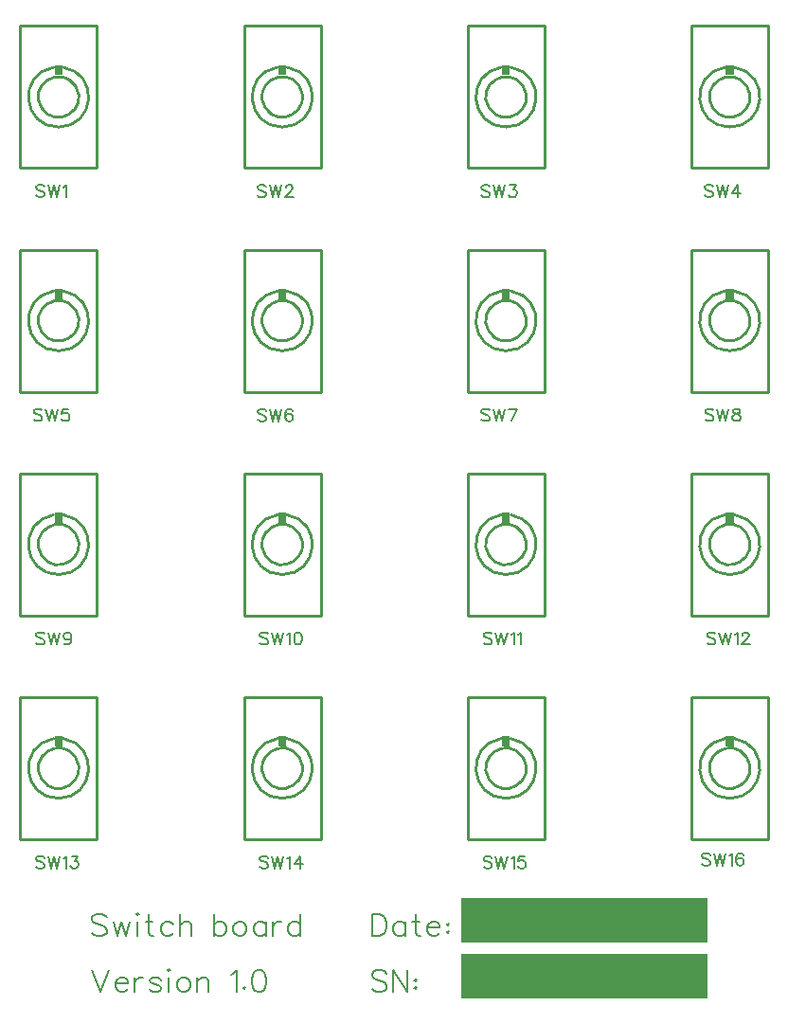
<source format=gto>
G04 Layer: TopSilkscreenLayer*
G04 EasyEDA v6.5.20, 2023-08-27 05:19:39*
G04 a67cddfb3fce44daa9051d46cbbcc19f,10*
G04 Gerber Generator version 0.2*
G04 Scale: 100 percent, Rotated: No, Reflected: No *
G04 Dimensions in millimeters *
G04 leading zeros omitted , absolute positions ,4 integer and 5 decimal *
%FSLAX45Y45*%
%MOMM*%

%ADD10C,0.2032*%
%ADD11C,0.1524*%
%ADD12C,0.2540*%

%LPD*%
D10*
X4929296Y667344D02*
G01*
X4910823Y685817D01*
X4883114Y695053D01*
X4846170Y695053D01*
X4818461Y685817D01*
X4799987Y667344D01*
X4799987Y648870D01*
X4809223Y630400D01*
X4818461Y621162D01*
X4836932Y611926D01*
X4892352Y593453D01*
X4910823Y584217D01*
X4920061Y574982D01*
X4929296Y556508D01*
X4929296Y528800D01*
X4910823Y510326D01*
X4883114Y501091D01*
X4846170Y501091D01*
X4818461Y510326D01*
X4799987Y528800D01*
X4990256Y695053D02*
G01*
X4990256Y501091D01*
X4990256Y695053D02*
G01*
X5119565Y501091D01*
X5119565Y695053D02*
G01*
X5119565Y501091D01*
X5189763Y611926D02*
G01*
X5180525Y602691D01*
X5189763Y593453D01*
X5198999Y602691D01*
X5189763Y611926D01*
X5189763Y547270D02*
G01*
X5180525Y538035D01*
X5189763Y528800D01*
X5198999Y538035D01*
X5189763Y547270D01*
X4799987Y1195052D02*
G01*
X4799987Y1001090D01*
X4799987Y1195052D02*
G01*
X4864643Y1195052D01*
X4892352Y1185816D01*
X4910823Y1167343D01*
X4920061Y1148869D01*
X4929296Y1121161D01*
X4929296Y1074981D01*
X4920061Y1047269D01*
X4910823Y1028799D01*
X4892352Y1010325D01*
X4864643Y1001090D01*
X4799987Y1001090D01*
X5101092Y1130399D02*
G01*
X5101092Y1001090D01*
X5101092Y1102690D02*
G01*
X5082621Y1121161D01*
X5064147Y1130399D01*
X5036438Y1130399D01*
X5017965Y1121161D01*
X4999492Y1102690D01*
X4990256Y1074981D01*
X4990256Y1056507D01*
X4999492Y1028799D01*
X5017965Y1010325D01*
X5036438Y1001090D01*
X5064147Y1001090D01*
X5082621Y1010325D01*
X5101092Y1028799D01*
X5189763Y1195052D02*
G01*
X5189763Y1038034D01*
X5198999Y1010325D01*
X5217472Y1001090D01*
X5235943Y1001090D01*
X5162052Y1130399D02*
G01*
X5226707Y1130399D01*
X5296903Y1074981D02*
G01*
X5407741Y1074981D01*
X5407741Y1093452D01*
X5398503Y1111925D01*
X5389267Y1121161D01*
X5370794Y1130399D01*
X5343085Y1130399D01*
X5324612Y1121161D01*
X5306141Y1102690D01*
X5296903Y1074981D01*
X5296903Y1056507D01*
X5306141Y1028799D01*
X5324612Y1010325D01*
X5343085Y1001090D01*
X5370794Y1001090D01*
X5389267Y1010325D01*
X5407741Y1028799D01*
X5477936Y1111925D02*
G01*
X5468701Y1102690D01*
X5477936Y1093452D01*
X5487172Y1102690D01*
X5477936Y1111925D01*
X5477936Y1047269D02*
G01*
X5468701Y1038034D01*
X5477936Y1028799D01*
X5487172Y1038034D01*
X5477936Y1047269D01*
X2299982Y695053D02*
G01*
X2373873Y501091D01*
X2447764Y695053D02*
G01*
X2373873Y501091D01*
X2508724Y574982D02*
G01*
X2619560Y574982D01*
X2619560Y593453D01*
X2610324Y611926D01*
X2601086Y621162D01*
X2582616Y630400D01*
X2554907Y630400D01*
X2536433Y621162D01*
X2517960Y602691D01*
X2508724Y574982D01*
X2508724Y556508D01*
X2517960Y528800D01*
X2536433Y510326D01*
X2554907Y501091D01*
X2582616Y501091D01*
X2601086Y510326D01*
X2619560Y528800D01*
X2680520Y630400D02*
G01*
X2680520Y501091D01*
X2680520Y574982D02*
G01*
X2689758Y602691D01*
X2708229Y621162D01*
X2726702Y630400D01*
X2754411Y630400D01*
X2916971Y602691D02*
G01*
X2907736Y621162D01*
X2880027Y630400D01*
X2852318Y630400D01*
X2824606Y621162D01*
X2815371Y602691D01*
X2824606Y584217D01*
X2843080Y574982D01*
X2889262Y565744D01*
X2907736Y556508D01*
X2916971Y538035D01*
X2916971Y528800D01*
X2907736Y510326D01*
X2880027Y501091D01*
X2852318Y501091D01*
X2824606Y510326D01*
X2815371Y528800D01*
X2977931Y695053D02*
G01*
X2987166Y685817D01*
X2996404Y695053D01*
X2987166Y704291D01*
X2977931Y695053D01*
X2987166Y630400D02*
G01*
X2987166Y501091D01*
X3103547Y630400D02*
G01*
X3085073Y621162D01*
X3066600Y602691D01*
X3057364Y574982D01*
X3057364Y556508D01*
X3066600Y528800D01*
X3085073Y510326D01*
X3103547Y501091D01*
X3131256Y501091D01*
X3149727Y510326D01*
X3168200Y528800D01*
X3177438Y556508D01*
X3177438Y574982D01*
X3168200Y602691D01*
X3149727Y621162D01*
X3131256Y630400D01*
X3103547Y630400D01*
X3238398Y630400D02*
G01*
X3238398Y501091D01*
X3238398Y593453D02*
G01*
X3266107Y621162D01*
X3284578Y630400D01*
X3312286Y630400D01*
X3330760Y621162D01*
X3339998Y593453D01*
X3339998Y501091D01*
X3543198Y658108D02*
G01*
X3561669Y667344D01*
X3589378Y695053D01*
X3589378Y501091D01*
X3659576Y547270D02*
G01*
X3650338Y538035D01*
X3659576Y528800D01*
X3668811Y538035D01*
X3659576Y547270D01*
X3785189Y695053D02*
G01*
X3757480Y685817D01*
X3739006Y658108D01*
X3729771Y611926D01*
X3729771Y584217D01*
X3739006Y538035D01*
X3757480Y510326D01*
X3785189Y501091D01*
X3803662Y501091D01*
X3831371Y510326D01*
X3849844Y538035D01*
X3859080Y584217D01*
X3859080Y611926D01*
X3849844Y658108D01*
X3831371Y685817D01*
X3803662Y695053D01*
X3785189Y695053D01*
X2429408Y1167295D02*
G01*
X2410866Y1185837D01*
X2383180Y1194981D01*
X2346096Y1194981D01*
X2318410Y1185837D01*
X2300122Y1167295D01*
X2300122Y1148753D01*
X2309266Y1130465D01*
X2318410Y1121067D01*
X2336952Y1111923D01*
X2392324Y1093381D01*
X2410866Y1084237D01*
X2420010Y1075093D01*
X2429408Y1056551D01*
X2429408Y1028865D01*
X2410866Y1010323D01*
X2383180Y1001179D01*
X2346096Y1001179D01*
X2318410Y1010323D01*
X2300122Y1028865D01*
X2490368Y1130465D02*
G01*
X2527198Y1001179D01*
X2564282Y1130465D02*
G01*
X2527198Y1001179D01*
X2564282Y1130465D02*
G01*
X2601112Y1001179D01*
X2637942Y1130465D02*
G01*
X2601112Y1001179D01*
X2698902Y1194981D02*
G01*
X2708300Y1185837D01*
X2717444Y1194981D01*
X2708300Y1204379D01*
X2698902Y1194981D01*
X2708300Y1130465D02*
G01*
X2708300Y1001179D01*
X2806090Y1194981D02*
G01*
X2806090Y1038009D01*
X2815488Y1010323D01*
X2833776Y1001179D01*
X2852318Y1001179D01*
X2778404Y1130465D02*
G01*
X2843174Y1130465D01*
X3024022Y1102779D02*
G01*
X3005734Y1121067D01*
X2987192Y1130465D01*
X2959506Y1130465D01*
X2940964Y1121067D01*
X2922422Y1102779D01*
X2913278Y1075093D01*
X2913278Y1056551D01*
X2922422Y1028865D01*
X2940964Y1010323D01*
X2959506Y1001179D01*
X2987192Y1001179D01*
X3005734Y1010323D01*
X3024022Y1028865D01*
X3084982Y1194981D02*
G01*
X3084982Y1001179D01*
X3084982Y1093381D02*
G01*
X3112922Y1121067D01*
X3131210Y1130465D01*
X3158896Y1130465D01*
X3177438Y1121067D01*
X3186582Y1093381D01*
X3186582Y1001179D01*
X3389782Y1194981D02*
G01*
X3389782Y1001179D01*
X3389782Y1102779D02*
G01*
X3408324Y1121067D01*
X3426866Y1130465D01*
X3454552Y1130465D01*
X3473094Y1121067D01*
X3491382Y1102779D01*
X3500780Y1075093D01*
X3500780Y1056551D01*
X3491382Y1028865D01*
X3473094Y1010323D01*
X3454552Y1001179D01*
X3426866Y1001179D01*
X3408324Y1010323D01*
X3389782Y1028865D01*
X3607968Y1130465D02*
G01*
X3589426Y1121067D01*
X3570884Y1102779D01*
X3561740Y1075093D01*
X3561740Y1056551D01*
X3570884Y1028865D01*
X3589426Y1010323D01*
X3607968Y1001179D01*
X3635654Y1001179D01*
X3653942Y1010323D01*
X3672484Y1028865D01*
X3681882Y1056551D01*
X3681882Y1075093D01*
X3672484Y1102779D01*
X3653942Y1121067D01*
X3635654Y1130465D01*
X3607968Y1130465D01*
X3853586Y1130465D02*
G01*
X3853586Y1001179D01*
X3853586Y1102779D02*
G01*
X3835044Y1121067D01*
X3816502Y1130465D01*
X3788816Y1130465D01*
X3770528Y1121067D01*
X3751986Y1102779D01*
X3742842Y1075093D01*
X3742842Y1056551D01*
X3751986Y1028865D01*
X3770528Y1010323D01*
X3788816Y1001179D01*
X3816502Y1001179D01*
X3835044Y1010323D01*
X3853586Y1028865D01*
X3914546Y1130465D02*
G01*
X3914546Y1001179D01*
X3914546Y1075093D02*
G01*
X3923690Y1102779D01*
X3942232Y1121067D01*
X3960774Y1130465D01*
X3988460Y1130465D01*
X4160164Y1194981D02*
G01*
X4160164Y1001179D01*
X4160164Y1102779D02*
G01*
X4141622Y1121067D01*
X4123334Y1130465D01*
X4095648Y1130465D01*
X4077106Y1121067D01*
X4058564Y1102779D01*
X4049420Y1075093D01*
X4049420Y1056551D01*
X4058564Y1028865D01*
X4077106Y1010323D01*
X4095648Y1001179D01*
X4123334Y1001179D01*
X4141622Y1010323D01*
X4160164Y1028865D01*
D11*
X1872640Y7699806D02*
G01*
X1862226Y7710220D01*
X1846732Y7715300D01*
X1825904Y7715300D01*
X1810410Y7710220D01*
X1799996Y7699806D01*
X1799996Y7689392D01*
X1805076Y7678978D01*
X1810410Y7673644D01*
X1820824Y7668564D01*
X1852066Y7658150D01*
X1862226Y7653070D01*
X1867560Y7647736D01*
X1872640Y7637322D01*
X1872640Y7621828D01*
X1862226Y7611414D01*
X1846732Y7606334D01*
X1825904Y7606334D01*
X1810410Y7611414D01*
X1799996Y7621828D01*
X1906930Y7715300D02*
G01*
X1933092Y7606334D01*
X1959000Y7715300D02*
G01*
X1933092Y7606334D01*
X1959000Y7715300D02*
G01*
X1984908Y7606334D01*
X2010816Y7715300D02*
G01*
X1984908Y7606334D01*
X2045106Y7694472D02*
G01*
X2055520Y7699806D01*
X2071268Y7715300D01*
X2071268Y7606334D01*
X3852796Y7697980D02*
G01*
X3842382Y7708394D01*
X3826888Y7713474D01*
X3806060Y7713474D01*
X3790566Y7708394D01*
X3780152Y7697980D01*
X3780152Y7687566D01*
X3785232Y7677152D01*
X3790566Y7671818D01*
X3800980Y7666738D01*
X3832222Y7656324D01*
X3842382Y7651244D01*
X3847716Y7645910D01*
X3852796Y7635496D01*
X3852796Y7620002D01*
X3842382Y7609588D01*
X3826888Y7604508D01*
X3806060Y7604508D01*
X3790566Y7609588D01*
X3780152Y7620002D01*
X3887086Y7713474D02*
G01*
X3913248Y7604508D01*
X3939156Y7713474D02*
G01*
X3913248Y7604508D01*
X3939156Y7713474D02*
G01*
X3965064Y7604508D01*
X3990972Y7713474D02*
G01*
X3965064Y7604508D01*
X4030596Y7687566D02*
G01*
X4030596Y7692646D01*
X4035676Y7703060D01*
X4041010Y7708394D01*
X4051424Y7713474D01*
X4072252Y7713474D01*
X4082412Y7708394D01*
X4087746Y7703060D01*
X4092826Y7692646D01*
X4092826Y7682232D01*
X4087746Y7671818D01*
X4077332Y7656324D01*
X4025262Y7604508D01*
X4098160Y7604508D01*
X5852802Y7697980D02*
G01*
X5842388Y7708394D01*
X5826894Y7713474D01*
X5806066Y7713474D01*
X5790572Y7708394D01*
X5780158Y7697980D01*
X5780158Y7687566D01*
X5785238Y7677152D01*
X5790572Y7671818D01*
X5800986Y7666738D01*
X5832228Y7656324D01*
X5842388Y7651244D01*
X5847722Y7645910D01*
X5852802Y7635496D01*
X5852802Y7620002D01*
X5842388Y7609588D01*
X5826894Y7604508D01*
X5806066Y7604508D01*
X5790572Y7609588D01*
X5780158Y7620002D01*
X5887092Y7713474D02*
G01*
X5913254Y7604508D01*
X5939162Y7713474D02*
G01*
X5913254Y7604508D01*
X5939162Y7713474D02*
G01*
X5965070Y7604508D01*
X5990978Y7713474D02*
G01*
X5965070Y7604508D01*
X6035682Y7713474D02*
G01*
X6092832Y7713474D01*
X6061844Y7671818D01*
X6077338Y7671818D01*
X6087752Y7666738D01*
X6092832Y7661658D01*
X6098166Y7645910D01*
X6098166Y7635496D01*
X6092832Y7620002D01*
X6082418Y7609588D01*
X6066924Y7604508D01*
X6051430Y7604508D01*
X6035682Y7609588D01*
X6030602Y7614668D01*
X6025268Y7625082D01*
X7850258Y7700520D02*
G01*
X7839844Y7710934D01*
X7824350Y7716014D01*
X7803522Y7716014D01*
X7788028Y7710934D01*
X7777614Y7700520D01*
X7777614Y7690106D01*
X7782694Y7679692D01*
X7788028Y7674358D01*
X7798442Y7669278D01*
X7829684Y7658864D01*
X7839844Y7653784D01*
X7845178Y7648450D01*
X7850258Y7638036D01*
X7850258Y7622542D01*
X7839844Y7612128D01*
X7824350Y7607048D01*
X7803522Y7607048D01*
X7788028Y7612128D01*
X7777614Y7622542D01*
X7884548Y7716014D02*
G01*
X7910710Y7607048D01*
X7936618Y7716014D02*
G01*
X7910710Y7607048D01*
X7936618Y7716014D02*
G01*
X7962526Y7607048D01*
X7988434Y7716014D02*
G01*
X7962526Y7607048D01*
X8074794Y7716014D02*
G01*
X8022724Y7643370D01*
X8100702Y7643370D01*
X8074794Y7716014D02*
G01*
X8074794Y7607048D01*
X1852810Y5697984D02*
G01*
X1842396Y5708398D01*
X1826902Y5713478D01*
X1806074Y5713478D01*
X1790580Y5708398D01*
X1780166Y5697984D01*
X1780166Y5687570D01*
X1785246Y5677156D01*
X1790580Y5671822D01*
X1800994Y5666742D01*
X1832236Y5656328D01*
X1842396Y5651248D01*
X1847730Y5645914D01*
X1852810Y5635500D01*
X1852810Y5620006D01*
X1842396Y5609592D01*
X1826902Y5604512D01*
X1806074Y5604512D01*
X1790580Y5609592D01*
X1780166Y5620006D01*
X1887100Y5713478D02*
G01*
X1913262Y5604512D01*
X1939170Y5713478D02*
G01*
X1913262Y5604512D01*
X1939170Y5713478D02*
G01*
X1965078Y5604512D01*
X1990986Y5713478D02*
G01*
X1965078Y5604512D01*
X2087760Y5713478D02*
G01*
X2035690Y5713478D01*
X2030610Y5666742D01*
X2035690Y5671822D01*
X2051438Y5677156D01*
X2066932Y5677156D01*
X2082426Y5671822D01*
X2092840Y5661662D01*
X2098174Y5645914D01*
X2098174Y5635500D01*
X2092840Y5620006D01*
X2082426Y5609592D01*
X2066932Y5604512D01*
X2051438Y5604512D01*
X2035690Y5609592D01*
X2030610Y5614672D01*
X2025276Y5625086D01*
X3855473Y5695317D02*
G01*
X3845059Y5705731D01*
X3829565Y5710811D01*
X3808737Y5710811D01*
X3793243Y5705731D01*
X3782829Y5695317D01*
X3782829Y5684903D01*
X3787909Y5674489D01*
X3793243Y5669155D01*
X3803657Y5664075D01*
X3834899Y5653661D01*
X3845059Y5648581D01*
X3850393Y5643247D01*
X3855473Y5632833D01*
X3855473Y5617339D01*
X3845059Y5606925D01*
X3829565Y5601845D01*
X3808737Y5601845D01*
X3793243Y5606925D01*
X3782829Y5617339D01*
X3889763Y5710811D02*
G01*
X3915925Y5601845D01*
X3941833Y5710811D02*
G01*
X3915925Y5601845D01*
X3941833Y5710811D02*
G01*
X3967741Y5601845D01*
X3993649Y5710811D02*
G01*
X3967741Y5601845D01*
X4090423Y5695317D02*
G01*
X4085089Y5705731D01*
X4069595Y5710811D01*
X4059181Y5710811D01*
X4043687Y5705731D01*
X4033273Y5689983D01*
X4027939Y5664075D01*
X4027939Y5638167D01*
X4033273Y5617339D01*
X4043687Y5606925D01*
X4059181Y5601845D01*
X4064515Y5601845D01*
X4080009Y5606925D01*
X4090423Y5617339D01*
X4095503Y5632833D01*
X4095503Y5638167D01*
X4090423Y5653661D01*
X4080009Y5664075D01*
X4064515Y5669155D01*
X4059181Y5669155D01*
X4043687Y5664075D01*
X4033273Y5653661D01*
X4027939Y5638167D01*
X5852802Y5697984D02*
G01*
X5842388Y5708398D01*
X5826894Y5713478D01*
X5806066Y5713478D01*
X5790572Y5708398D01*
X5780158Y5697984D01*
X5780158Y5687570D01*
X5785238Y5677156D01*
X5790572Y5671822D01*
X5800986Y5666742D01*
X5832228Y5656328D01*
X5842388Y5651248D01*
X5847722Y5645914D01*
X5852802Y5635500D01*
X5852802Y5620006D01*
X5842388Y5609592D01*
X5826894Y5604512D01*
X5806066Y5604512D01*
X5790572Y5609592D01*
X5780158Y5620006D01*
X5887092Y5713478D02*
G01*
X5913254Y5604512D01*
X5939162Y5713478D02*
G01*
X5913254Y5604512D01*
X5939162Y5713478D02*
G01*
X5965070Y5604512D01*
X5990978Y5713478D02*
G01*
X5965070Y5604512D01*
X6098166Y5713478D02*
G01*
X6046096Y5604512D01*
X6025268Y5713478D02*
G01*
X6098166Y5713478D01*
X7852798Y5697984D02*
G01*
X7842384Y5708398D01*
X7826890Y5713478D01*
X7806062Y5713478D01*
X7790568Y5708398D01*
X7780154Y5697984D01*
X7780154Y5687570D01*
X7785234Y5677156D01*
X7790568Y5671822D01*
X7800982Y5666742D01*
X7832224Y5656328D01*
X7842384Y5651248D01*
X7847718Y5645914D01*
X7852798Y5635500D01*
X7852798Y5620006D01*
X7842384Y5609592D01*
X7826890Y5604512D01*
X7806062Y5604512D01*
X7790568Y5609592D01*
X7780154Y5620006D01*
X7887088Y5713478D02*
G01*
X7913250Y5604512D01*
X7939158Y5713478D02*
G01*
X7913250Y5604512D01*
X7939158Y5713478D02*
G01*
X7965066Y5604512D01*
X7990974Y5713478D02*
G01*
X7965066Y5604512D01*
X8051426Y5713478D02*
G01*
X8035678Y5708398D01*
X8030598Y5697984D01*
X8030598Y5687570D01*
X8035678Y5677156D01*
X8046092Y5671822D01*
X8066920Y5666742D01*
X8082414Y5661662D01*
X8092828Y5651248D01*
X8098162Y5640834D01*
X8098162Y5625086D01*
X8092828Y5614672D01*
X8087748Y5609592D01*
X8072254Y5604512D01*
X8051426Y5604512D01*
X8035678Y5609592D01*
X8030598Y5614672D01*
X8025264Y5625086D01*
X8025264Y5640834D01*
X8030598Y5651248D01*
X8041012Y5661662D01*
X8056506Y5666742D01*
X8077334Y5671822D01*
X8087748Y5677156D01*
X8092828Y5687570D01*
X8092828Y5697984D01*
X8087748Y5708398D01*
X8072254Y5713478D01*
X8051426Y5713478D01*
X1872640Y3699814D02*
G01*
X1862226Y3710228D01*
X1846732Y3715308D01*
X1825904Y3715308D01*
X1810410Y3710228D01*
X1799996Y3699814D01*
X1799996Y3689400D01*
X1805076Y3678986D01*
X1810410Y3673652D01*
X1820824Y3668572D01*
X1852066Y3658158D01*
X1862226Y3653078D01*
X1867560Y3647744D01*
X1872640Y3637330D01*
X1872640Y3621836D01*
X1862226Y3611422D01*
X1846732Y3606342D01*
X1825904Y3606342D01*
X1810410Y3611422D01*
X1799996Y3621836D01*
X1906930Y3715308D02*
G01*
X1933092Y3606342D01*
X1959000Y3715308D02*
G01*
X1933092Y3606342D01*
X1959000Y3715308D02*
G01*
X1984908Y3606342D01*
X2010816Y3715308D02*
G01*
X1984908Y3606342D01*
X2112670Y3678986D02*
G01*
X2107590Y3663492D01*
X2097176Y3653078D01*
X2081682Y3647744D01*
X2076348Y3647744D01*
X2060854Y3653078D01*
X2050440Y3663492D01*
X2045106Y3678986D01*
X2045106Y3684066D01*
X2050440Y3699814D01*
X2060854Y3710228D01*
X2076348Y3715308D01*
X2081682Y3715308D01*
X2097176Y3710228D01*
X2107590Y3699814D01*
X2112670Y3678986D01*
X2112670Y3653078D01*
X2107590Y3626916D01*
X2097176Y3611422D01*
X2081682Y3606342D01*
X2071268Y3606342D01*
X2055520Y3611422D01*
X2050440Y3621836D01*
X3872636Y3699814D02*
G01*
X3862222Y3710228D01*
X3846728Y3715308D01*
X3825900Y3715308D01*
X3810406Y3710228D01*
X3799992Y3699814D01*
X3799992Y3689400D01*
X3805072Y3678986D01*
X3810406Y3673652D01*
X3820820Y3668572D01*
X3852062Y3658158D01*
X3862222Y3653078D01*
X3867556Y3647744D01*
X3872636Y3637330D01*
X3872636Y3621836D01*
X3862222Y3611422D01*
X3846728Y3606342D01*
X3825900Y3606342D01*
X3810406Y3611422D01*
X3799992Y3621836D01*
X3906926Y3715308D02*
G01*
X3933088Y3606342D01*
X3958996Y3715308D02*
G01*
X3933088Y3606342D01*
X3958996Y3715308D02*
G01*
X3984904Y3606342D01*
X4010812Y3715308D02*
G01*
X3984904Y3606342D01*
X4045102Y3694480D02*
G01*
X4055516Y3699814D01*
X4071264Y3715308D01*
X4071264Y3606342D01*
X4136542Y3715308D02*
G01*
X4121048Y3710228D01*
X4110634Y3694480D01*
X4105554Y3668572D01*
X4105554Y3653078D01*
X4110634Y3626916D01*
X4121048Y3611422D01*
X4136542Y3606342D01*
X4146956Y3606342D01*
X4162704Y3611422D01*
X4173118Y3626916D01*
X4178198Y3653078D01*
X4178198Y3668572D01*
X4173118Y3694480D01*
X4162704Y3710228D01*
X4146956Y3715308D01*
X4136542Y3715308D01*
X5872632Y3699814D02*
G01*
X5862218Y3710228D01*
X5846724Y3715308D01*
X5825896Y3715308D01*
X5810402Y3710228D01*
X5799988Y3699814D01*
X5799988Y3689400D01*
X5805068Y3678986D01*
X5810402Y3673652D01*
X5820816Y3668572D01*
X5852058Y3658158D01*
X5862218Y3653078D01*
X5867552Y3647744D01*
X5872632Y3637330D01*
X5872632Y3621836D01*
X5862218Y3611422D01*
X5846724Y3606342D01*
X5825896Y3606342D01*
X5810402Y3611422D01*
X5799988Y3621836D01*
X5906922Y3715308D02*
G01*
X5933084Y3606342D01*
X5958992Y3715308D02*
G01*
X5933084Y3606342D01*
X5958992Y3715308D02*
G01*
X5984900Y3606342D01*
X6010808Y3715308D02*
G01*
X5984900Y3606342D01*
X6045098Y3694480D02*
G01*
X6055512Y3699814D01*
X6071260Y3715308D01*
X6071260Y3606342D01*
X6105550Y3694480D02*
G01*
X6115964Y3699814D01*
X6131458Y3715308D01*
X6131458Y3606342D01*
X7872628Y3699814D02*
G01*
X7862214Y3710228D01*
X7846720Y3715308D01*
X7825892Y3715308D01*
X7810398Y3710228D01*
X7799984Y3699814D01*
X7799984Y3689400D01*
X7805064Y3678986D01*
X7810398Y3673652D01*
X7820812Y3668572D01*
X7852054Y3658158D01*
X7862214Y3653078D01*
X7867548Y3647744D01*
X7872628Y3637330D01*
X7872628Y3621836D01*
X7862214Y3611422D01*
X7846720Y3606342D01*
X7825892Y3606342D01*
X7810398Y3611422D01*
X7799984Y3621836D01*
X7906918Y3715308D02*
G01*
X7933080Y3606342D01*
X7958988Y3715308D02*
G01*
X7933080Y3606342D01*
X7958988Y3715308D02*
G01*
X7984896Y3606342D01*
X8010804Y3715308D02*
G01*
X7984896Y3606342D01*
X8045094Y3694480D02*
G01*
X8055508Y3699814D01*
X8071256Y3715308D01*
X8071256Y3606342D01*
X8110626Y3689400D02*
G01*
X8110626Y3694480D01*
X8115960Y3704894D01*
X8121040Y3710228D01*
X8131454Y3715308D01*
X8152282Y3715308D01*
X8162696Y3710228D01*
X8167776Y3704894D01*
X8173110Y3694480D01*
X8173110Y3684066D01*
X8167776Y3673652D01*
X8157362Y3658158D01*
X8105546Y3606342D01*
X8178190Y3606342D01*
X1872640Y1699818D02*
G01*
X1862226Y1710232D01*
X1846732Y1715312D01*
X1825904Y1715312D01*
X1810410Y1710232D01*
X1799996Y1699818D01*
X1799996Y1689404D01*
X1805076Y1678990D01*
X1810410Y1673656D01*
X1820824Y1668576D01*
X1852066Y1658162D01*
X1862226Y1653082D01*
X1867560Y1647748D01*
X1872640Y1637334D01*
X1872640Y1621840D01*
X1862226Y1611426D01*
X1846732Y1606346D01*
X1825904Y1606346D01*
X1810410Y1611426D01*
X1799996Y1621840D01*
X1906930Y1715312D02*
G01*
X1933092Y1606346D01*
X1959000Y1715312D02*
G01*
X1933092Y1606346D01*
X1959000Y1715312D02*
G01*
X1984908Y1606346D01*
X2010816Y1715312D02*
G01*
X1984908Y1606346D01*
X2045106Y1694484D02*
G01*
X2055520Y1699818D01*
X2071268Y1715312D01*
X2071268Y1606346D01*
X2115972Y1715312D02*
G01*
X2173122Y1715312D01*
X2141880Y1673656D01*
X2157374Y1673656D01*
X2167788Y1668576D01*
X2173122Y1663496D01*
X2178202Y1647748D01*
X2178202Y1637334D01*
X2173122Y1621840D01*
X2162708Y1611426D01*
X2146960Y1606346D01*
X2131466Y1606346D01*
X2115972Y1611426D01*
X2110638Y1616506D01*
X2105558Y1626920D01*
X3872636Y1699818D02*
G01*
X3862222Y1710232D01*
X3846728Y1715312D01*
X3825900Y1715312D01*
X3810406Y1710232D01*
X3799992Y1699818D01*
X3799992Y1689404D01*
X3805072Y1678990D01*
X3810406Y1673656D01*
X3820820Y1668576D01*
X3852062Y1658162D01*
X3862222Y1653082D01*
X3867556Y1647748D01*
X3872636Y1637334D01*
X3872636Y1621840D01*
X3862222Y1611426D01*
X3846728Y1606346D01*
X3825900Y1606346D01*
X3810406Y1611426D01*
X3799992Y1621840D01*
X3906926Y1715312D02*
G01*
X3933088Y1606346D01*
X3958996Y1715312D02*
G01*
X3933088Y1606346D01*
X3958996Y1715312D02*
G01*
X3984904Y1606346D01*
X4010812Y1715312D02*
G01*
X3984904Y1606346D01*
X4045102Y1694484D02*
G01*
X4055516Y1699818D01*
X4071264Y1715312D01*
X4071264Y1606346D01*
X4157370Y1715312D02*
G01*
X4105554Y1642668D01*
X4183532Y1642668D01*
X4157370Y1715312D02*
G01*
X4157370Y1606346D01*
X5872632Y1699818D02*
G01*
X5862218Y1710232D01*
X5846724Y1715312D01*
X5825896Y1715312D01*
X5810402Y1710232D01*
X5799988Y1699818D01*
X5799988Y1689404D01*
X5805068Y1678990D01*
X5810402Y1673656D01*
X5820816Y1668576D01*
X5852058Y1658162D01*
X5862218Y1653082D01*
X5867552Y1647748D01*
X5872632Y1637334D01*
X5872632Y1621840D01*
X5862218Y1611426D01*
X5846724Y1606346D01*
X5825896Y1606346D01*
X5810402Y1611426D01*
X5799988Y1621840D01*
X5906922Y1715312D02*
G01*
X5933084Y1606346D01*
X5958992Y1715312D02*
G01*
X5933084Y1606346D01*
X5958992Y1715312D02*
G01*
X5984900Y1606346D01*
X6010808Y1715312D02*
G01*
X5984900Y1606346D01*
X6045098Y1694484D02*
G01*
X6055512Y1699818D01*
X6071260Y1715312D01*
X6071260Y1606346D01*
X6167780Y1715312D02*
G01*
X6115964Y1715312D01*
X6110630Y1668576D01*
X6115964Y1673656D01*
X6131458Y1678990D01*
X6146952Y1678990D01*
X6162700Y1673656D01*
X6173114Y1663496D01*
X6178194Y1647748D01*
X6178194Y1637334D01*
X6173114Y1621840D01*
X6162700Y1611426D01*
X6146952Y1606346D01*
X6131458Y1606346D01*
X6115964Y1611426D01*
X6110630Y1616506D01*
X6105550Y1626920D01*
X7825239Y1725551D02*
G01*
X7814825Y1735965D01*
X7799331Y1741045D01*
X7778503Y1741045D01*
X7763009Y1735965D01*
X7752595Y1725551D01*
X7752595Y1715137D01*
X7757675Y1704723D01*
X7763009Y1699389D01*
X7773423Y1694309D01*
X7804665Y1683895D01*
X7814825Y1678815D01*
X7820159Y1673481D01*
X7825239Y1663067D01*
X7825239Y1647573D01*
X7814825Y1637159D01*
X7799331Y1632079D01*
X7778503Y1632079D01*
X7763009Y1637159D01*
X7752595Y1647573D01*
X7859529Y1741045D02*
G01*
X7885691Y1632079D01*
X7911599Y1741045D02*
G01*
X7885691Y1632079D01*
X7911599Y1741045D02*
G01*
X7937507Y1632079D01*
X7963415Y1741045D02*
G01*
X7937507Y1632079D01*
X7997705Y1720217D02*
G01*
X8008119Y1725551D01*
X8023867Y1741045D01*
X8023867Y1632079D01*
X8120387Y1725551D02*
G01*
X8115307Y1735965D01*
X8099559Y1741045D01*
X8089145Y1741045D01*
X8073651Y1735965D01*
X8063237Y1720217D01*
X8058157Y1694309D01*
X8058157Y1668401D01*
X8063237Y1647573D01*
X8073651Y1637159D01*
X8089145Y1632079D01*
X8094479Y1632079D01*
X8109973Y1637159D01*
X8120387Y1647573D01*
X8125721Y1663067D01*
X8125721Y1668401D01*
X8120387Y1683895D01*
X8109973Y1694309D01*
X8094479Y1699389D01*
X8089145Y1699389D01*
X8073651Y1694309D01*
X8063237Y1683895D01*
X8058157Y1668401D01*
G36*
X5599988Y1340002D02*
G01*
X5599988Y940003D01*
X7799984Y940003D01*
X7799984Y1340002D01*
G37*
G36*
X5599988Y839978D02*
G01*
X5599988Y439978D01*
X7799984Y439978D01*
X7799984Y839978D01*
G37*
G36*
X1964994Y8784996D02*
G01*
X1964994Y8694978D01*
X2034997Y8694978D01*
X2034997Y8784996D01*
G37*
G36*
X3964990Y8784996D02*
G01*
X3964990Y8694978D01*
X4034993Y8694978D01*
X4034993Y8784996D01*
G37*
G36*
X5964986Y8784996D02*
G01*
X5964986Y8694978D01*
X6034989Y8694978D01*
X6034989Y8784996D01*
G37*
G36*
X7964982Y8784996D02*
G01*
X7964982Y8694978D01*
X8034985Y8694978D01*
X8034985Y8784996D01*
G37*
G36*
X1964994Y6785000D02*
G01*
X1964994Y6694982D01*
X2034997Y6694982D01*
X2034997Y6785000D01*
G37*
G36*
X3964990Y6785000D02*
G01*
X3964990Y6694982D01*
X4034993Y6694982D01*
X4034993Y6785000D01*
G37*
G36*
X5964986Y6785000D02*
G01*
X5964986Y6694982D01*
X6034989Y6694982D01*
X6034989Y6785000D01*
G37*
G36*
X7964982Y6785000D02*
G01*
X7964982Y6694982D01*
X8034985Y6694982D01*
X8034985Y6785000D01*
G37*
G36*
X1964994Y4785004D02*
G01*
X1964994Y4694986D01*
X2034997Y4694986D01*
X2034997Y4785004D01*
G37*
G36*
X3964990Y4785004D02*
G01*
X3964990Y4694986D01*
X4034993Y4694986D01*
X4034993Y4785004D01*
G37*
G36*
X5964986Y4785004D02*
G01*
X5964986Y4694986D01*
X6034989Y4694986D01*
X6034989Y4785004D01*
G37*
G36*
X7964982Y4785004D02*
G01*
X7964982Y4694986D01*
X8034985Y4694986D01*
X8034985Y4785004D01*
G37*
G36*
X1964994Y2785008D02*
G01*
X1964994Y2694990D01*
X2034997Y2694990D01*
X2034997Y2785008D01*
G37*
G36*
X3964990Y2785008D02*
G01*
X3964990Y2694990D01*
X4034993Y2694990D01*
X4034993Y2785008D01*
G37*
G36*
X5964986Y2785008D02*
G01*
X5964986Y2694990D01*
X6034989Y2694990D01*
X6034989Y2785008D01*
G37*
G36*
X7964982Y2785008D02*
G01*
X7964982Y2694990D01*
X8034985Y2694990D01*
X8034985Y2785008D01*
G37*
D12*
X1657090Y7864985D02*
G01*
X1657090Y9134985D01*
X2343094Y9134985D01*
X2343094Y7864985D01*
X1657090Y7864985D01*
X3657091Y7864980D02*
G01*
X3657091Y9134980D01*
X4343095Y9134980D01*
X4343095Y7864980D01*
X3657091Y7864980D01*
X5657082Y7864985D02*
G01*
X5657082Y9134985D01*
X6343086Y9134985D01*
X6343086Y7864985D01*
X5657082Y7864985D01*
X7657078Y7864985D02*
G01*
X7657078Y9134985D01*
X8343082Y9134985D01*
X8343082Y7864985D01*
X7657078Y7864985D01*
X1657090Y5864989D02*
G01*
X1657090Y7134989D01*
X2343094Y7134989D01*
X2343094Y5864989D01*
X1657090Y5864989D01*
X3657086Y5864989D02*
G01*
X3657086Y7134989D01*
X4343090Y7134989D01*
X4343090Y5864989D01*
X3657086Y5864989D01*
X5657082Y5864989D02*
G01*
X5657082Y7134989D01*
X6343086Y7134989D01*
X6343086Y5864989D01*
X5657082Y5864989D01*
X7657078Y5864989D02*
G01*
X7657078Y7134989D01*
X8343082Y7134989D01*
X8343082Y5864989D01*
X7657078Y5864989D01*
X1657090Y3864993D02*
G01*
X1657090Y5134993D01*
X2343094Y5134993D01*
X2343094Y3864993D01*
X1657090Y3864993D01*
X3657086Y3864993D02*
G01*
X3657086Y5134993D01*
X4343090Y5134993D01*
X4343090Y3864993D01*
X3657086Y3864993D01*
X5657082Y3864993D02*
G01*
X5657082Y5134993D01*
X6343086Y5134993D01*
X6343086Y3864993D01*
X5657082Y3864993D01*
X7657078Y3864993D02*
G01*
X7657078Y5134993D01*
X8343082Y5134993D01*
X8343082Y3864993D01*
X7657078Y3864993D01*
X1657090Y1864997D02*
G01*
X1657090Y3134997D01*
X2343094Y3134997D01*
X2343094Y1864997D01*
X1657090Y1864997D01*
X3657086Y1864997D02*
G01*
X3657086Y3134997D01*
X4343090Y3134997D01*
X4343090Y1864997D01*
X3657086Y1864997D01*
X5657082Y1864997D02*
G01*
X5657082Y3134997D01*
X6343086Y3134997D01*
X6343086Y1864997D01*
X5657082Y1864997D01*
X7657078Y1864997D02*
G01*
X7657078Y3134997D01*
X8343082Y3134997D01*
X8343082Y1864997D01*
X7657078Y1864997D01*
G75*
G01*
X2149991Y8599985D02*
G03*
X2153526Y8594468I-149988J-100016D01*
G75*
G01*
X1954992Y8764986D02*
G03*
X2044182Y8765123I45003J-264999D01*
G75*
G01*
X4149992Y8599980D02*
G03*
X4153527Y8594463I-149988J-100016D01*
G75*
G01*
X3954993Y8764981D02*
G03*
X4044183Y8765118I45003J-264999D01*
G75*
G01*
X6149983Y8599985D02*
G03*
X6153518Y8594468I-149988J-100016D01*
G75*
G01*
X5954984Y8764986D02*
G03*
X6044174Y8765123I45003J-264999D01*
G75*
G01*
X8149979Y8599985D02*
G03*
X8153514Y8594468I-149988J-100016D01*
G75*
G01*
X7954980Y8764986D02*
G03*
X8044170Y8765123I45003J-264999D01*
G75*
G01*
X2149991Y6599989D02*
G03*
X2153526Y6594472I-149988J-100016D01*
G75*
G01*
X1954992Y6764990D02*
G03*
X2044182Y6765127I45003J-264999D01*
G75*
G01*
X4149987Y6599989D02*
G03*
X4153522Y6594472I-149988J-100016D01*
G75*
G01*
X3954988Y6764990D02*
G03*
X4044178Y6765127I45003J-264999D01*
G75*
G01*
X6149983Y6599989D02*
G03*
X6153518Y6594472I-149988J-100016D01*
G75*
G01*
X5954984Y6764990D02*
G03*
X6044174Y6765127I45003J-264999D01*
G75*
G01*
X8149979Y6599989D02*
G03*
X8153514Y6594472I-149988J-100016D01*
G75*
G01*
X7954980Y6764990D02*
G03*
X8044170Y6765127I45003J-264999D01*
G75*
G01*
X2149991Y4599993D02*
G03*
X2153526Y4594476I-149988J-100016D01*
G75*
G01*
X1954992Y4764994D02*
G03*
X2044182Y4765131I45003J-264999D01*
G75*
G01*
X4149987Y4599993D02*
G03*
X4153522Y4594476I-149988J-100016D01*
G75*
G01*
X3954988Y4764994D02*
G03*
X4044178Y4765131I45003J-264999D01*
G75*
G01*
X6149983Y4599993D02*
G03*
X6153518Y4594476I-149988J-100016D01*
G75*
G01*
X5954984Y4764994D02*
G03*
X6044174Y4765131I45003J-264999D01*
G75*
G01*
X8149979Y4599993D02*
G03*
X8153514Y4594476I-149988J-100016D01*
G75*
G01*
X7954980Y4764994D02*
G03*
X8044170Y4765131I45003J-264999D01*
G75*
G01*
X2149991Y2599997D02*
G03*
X2153526Y2594480I-149988J-100016D01*
G75*
G01*
X1954992Y2764998D02*
G03*
X2044182Y2765135I45003J-264999D01*
G75*
G01*
X4149987Y2599997D02*
G03*
X4153522Y2594480I-149988J-100016D01*
G75*
G01*
X3954988Y2764998D02*
G03*
X4044178Y2765135I45003J-264999D01*
G75*
G01*
X6149983Y2599997D02*
G03*
X6153518Y2594480I-149988J-100016D01*
G75*
G01*
X5954984Y2764998D02*
G03*
X6044174Y2765135I45003J-264999D01*
G75*
G01*
X8149979Y2599997D02*
G03*
X8153514Y2594480I-149988J-100016D01*
G75*
G01*
X7954980Y2764998D02*
G03*
X8044170Y2765135I45003J-264999D01*
M02*

</source>
